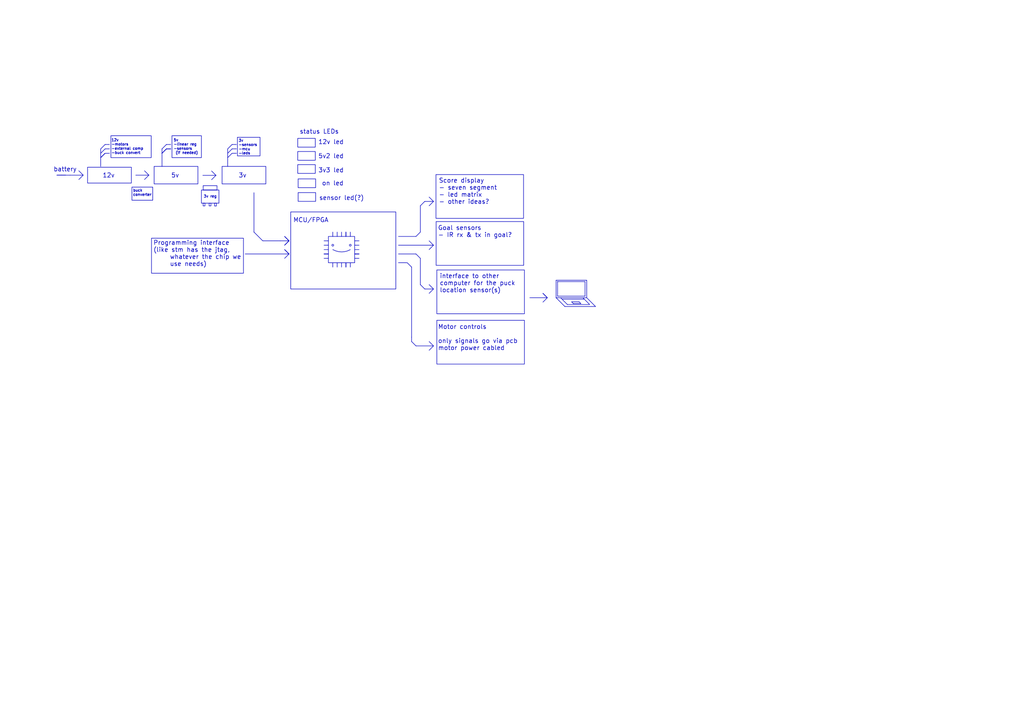
<source format=kicad_sch>
(kicad_sch
	(version 20250114)
	(generator "eeschema")
	(generator_version "9.0")
	(uuid "50c554f9-3ed9-4f91-b5d3-2dee1756645e")
	(paper "A4")
	(lib_symbols)
	(rectangle
		(start 44.704 48.26)
		(end 57.404 53.34)
		(stroke
			(width 0)
			(type default)
		)
		(fill
			(type none)
		)
		(uuid 0be1c9ce-92f0-4a69-9b48-ec310b1d53c8)
	)
	(circle
		(center 101.6 71.12)
		(radius 0.2639)
		(stroke
			(width 0)
			(type default)
		)
		(fill
			(type none)
		)
		(uuid 0e2a648f-8221-4895-90af-896c5978975c)
	)
	(rectangle
		(start 86.36 40.132)
		(end 91.44 42.672)
		(stroke
			(width 0)
			(type default)
		)
		(fill
			(type none)
		)
		(uuid 213b5af9-1629-4c14-b306-074b4f25896b)
	)
	(rectangle
		(start 84.328 61.468)
		(end 114.808 83.82)
		(stroke
			(width 0)
			(type default)
		)
		(fill
			(type none)
		)
		(uuid 22b3d295-ed0c-4b2a-a887-406db4af5a75)
	)
	(circle
		(center 96.52 71.12)
		(radius 0.2639)
		(stroke
			(width 0)
			(type default)
		)
		(fill
			(type none)
		)
		(uuid 316baa0f-ed66-4727-8d3b-07f3eecad837)
	)
	(rectangle
		(start 95.25 68.58)
		(end 102.87 76.2)
		(stroke
			(width 0)
			(type default)
		)
		(fill
			(type none)
		)
		(uuid 44a9cd27-c747-4006-9a88-7f93561edbb6)
	)
	(rectangle
		(start 38.2705 54.2679)
		(end 44.3017 58.0779)
		(stroke
			(width 0)
			(type default)
		)
		(fill
			(type none)
		)
		(uuid 48bd8598-0357-41bb-94f3-a165b7638bdc)
	)
	(bezier
		(pts
			(xy 96.52 72.39) (xy 99.3525 73.9136) (xy 101.6 72.39) (xy 101.6 72.39)
		)
		(stroke
			(width 0)
			(type default)
		)
		(fill
			(type none)
		)
		(uuid 4f365b2d-da2b-4514-bb0d-f6864f635621)
	)
	(rectangle
		(start 68.8606 39.8239)
		(end 75.4228 45.2173)
		(stroke
			(width 0)
			(type default)
		)
		(fill
			(type none)
		)
		(uuid 55058f84-b389-4ba8-91b1-a2b882057714)
	)
	(rectangle
		(start 58.9163 58.9301)
		(end 59.4476 59.7203)
		(stroke
			(width 0)
			(type default)
		)
		(fill
			(type none)
		)
		(uuid 5d2a31b4-28fe-4b70-b97e-4f227e7085c6)
	)
	(rectangle
		(start 126.7038 78.305)
		(end 152.1038 91.005)
		(stroke
			(width 0)
			(type default)
		)
		(fill
			(type none)
		)
		(uuid 5e87272c-26e7-4f73-b455-c941023ac1b6)
	)
	(rectangle
		(start 62.23 58.928)
		(end 62.7613 59.7498)
		(stroke
			(width 0)
			(type default)
		)
		(fill
			(type none)
		)
		(uuid 60f3caa8-28c1-4529-b7d4-d636482c5c50)
	)
	(rectangle
		(start 126.7038 92.8993)
		(end 152.1038 105.5993)
		(stroke
			(width 0)
			(type default)
		)
		(fill
			(type none)
		)
		(uuid 6f8b78da-8879-489b-a70a-a9cb686bbd8a)
	)
	(rectangle
		(start 86.4703 51.8871)
		(end 91.5503 54.4271)
		(stroke
			(width 0)
			(type default)
		)
		(fill
			(type none)
		)
		(uuid 70221fe1-fad5-4e4f-97e5-d5cd8d74b61e)
	)
	(rectangle
		(start 25.4 48.5059)
		(end 38.1 53.0942)
		(stroke
			(width 0)
			(type default)
		)
		(fill
			(type none)
		)
		(uuid 768b1937-31e0-4fc5-b148-6946c7abbad5)
	)
	(rectangle
		(start 64.4114 48.26)
		(end 77.1114 53.34)
		(stroke
			(width 0)
			(type default)
		)
		(fill
			(type none)
		)
		(uuid 8592380e-b494-4b42-bf38-fec9282369af)
	)
	(rectangle
		(start 86.36 47.752)
		(end 91.44 50.292)
		(stroke
			(width 0)
			(type default)
		)
		(fill
			(type none)
		)
		(uuid 96e9e103-db6d-4c2e-9950-8b435b858a82)
	)
	(rectangle
		(start 58.42 55.118)
		(end 63.5 58.928)
		(stroke
			(width 0)
			(type default)
		)
		(fill
			(type none)
		)
		(uuid a19545d0-800a-412e-85a9-f48129c5845d)
	)
	(rectangle
		(start 43.942 69.088)
		(end 70.612 79.248)
		(stroke
			(width 0)
			(type default)
		)
		(fill
			(type none)
		)
		(uuid a27d9b2a-6615-4d40-b567-272fdd6910c0)
	)
	(rectangle
		(start 86.36 43.942)
		(end 91.44 46.482)
		(stroke
			(width 0)
			(type default)
		)
		(fill
			(type none)
		)
		(uuid afb13387-3eba-49e2-a245-7e112e93f8c3)
	)
	(rectangle
		(start 60.6525 58.9478)
		(end 61.1838 59.7203)
		(stroke
			(width 0)
			(type default)
		)
		(fill
			(type none)
		)
		(uuid c8e9cb7b-5794-4979-aa66-1f2b5d2dedf9)
	)
	(rectangle
		(start 126.449 50.6322)
		(end 151.849 63.3322)
		(stroke
			(width 0)
			(type default)
		)
		(fill
			(type none)
		)
		(uuid cefa41a5-89d6-4189-a840-f125612e5183)
	)
	(rectangle
		(start 126.492 64.262)
		(end 151.892 76.962)
		(stroke
			(width 0)
			(type default)
		)
		(fill
			(type none)
		)
		(uuid d8f5184a-0fc2-41d0-9f23-5eabd649f044)
	)
	(rectangle
		(start 32.1721 39.3699)
		(end 43.8561 45.7251)
		(stroke
			(width 0)
			(type default)
		)
		(fill
			(type none)
		)
		(uuid e1d1451b-0d32-4a48-9bb6-dda95287c347)
	)
	(rectangle
		(start 58.9244 53.8478)
		(end 62.9374 55.1178)
		(stroke
			(width 0)
			(type default)
		)
		(fill
			(type none)
		)
		(uuid e66709d9-1198-43b0-ae83-11b9961d1d85)
	)
	(rectangle
		(start 49.8799 39.37)
		(end 58.4199 45.72)
		(stroke
			(width 0)
			(type default)
		)
		(fill
			(type none)
		)
		(uuid e6d5b2ee-afcf-4d4f-8025-05b12eeb92d5)
	)
	(rectangle
		(start 86.4715 55.8603)
		(end 91.5515 58.4003)
		(stroke
			(width 0)
			(type default)
		)
		(fill
			(type none)
		)
		(uuid f0feb4fd-6c14-4e9c-9212-94ec9eb63afb)
	)
	(text "12v \n-motors\n-external comp\n-buck convert"
		(exclude_from_sim no)
		(at 32.258 42.672 0)
		(effects
			(font
				(size 0.762 0.762)
			)
			(justify left)
		)
		(uuid "0148d889-9a6d-4dc7-845d-d9c7118388d8")
	)
	(text "12v led\n\n5v2 led\n\n3v3 led"
		(exclude_from_sim no)
		(at 96.012 45.466 0)
		(effects
			(font
				(size 1.27 1.27)
			)
		)
		(uuid "095e6c6f-dccc-42f6-8599-9187dc20682a")
	)
	(text "Score display\n- seven segment\n- led matrix\n- other ideas?"
		(exclude_from_sim no)
		(at 127.254 55.626 0)
		(effects
			(font
				(size 1.27 1.27)
			)
			(justify left)
		)
		(uuid "38bed239-654d-42a2-871c-c720bd64c37f")
	)
	(text "5v"
		(exclude_from_sim no)
		(at 50.8 51.054 0)
		(effects
			(font
				(size 1.27 1.27)
			)
		)
		(uuid "3ac1455b-0396-4a13-8f02-f8650e13a4b8")
	)
	(text "3v reg\n"
		(exclude_from_sim no)
		(at 60.96 57.15 0)
		(effects
			(font
				(size 0.762 0.762)
			)
		)
		(uuid "3cba15fb-dbe3-4cde-9040-45f9eb7a2022")
	)
	(text "Motor controls\n\nonly signals go via pcb\nmotor power cabled"
		(exclude_from_sim no)
		(at 127 98.044 0)
		(effects
			(font
				(size 1.27 1.27)
			)
			(justify left)
		)
		(uuid "41227618-5240-4a28-99ac-1e2dc6ee7dd4")
	)
	(text "buck\nconverter"
		(exclude_from_sim no)
		(at 38.5245 56.0459 0)
		(effects
			(font
				(size 0.762 0.762)
			)
			(justify left)
		)
		(uuid "44965f74-da2c-44c9-a7ae-adb9d145753d")
	)
	(text "on led"
		(exclude_from_sim no)
		(at 96.52 53.34 0)
		(effects
			(font
				(size 1.27 1.27)
			)
		)
		(uuid "56f19853-6c64-4626-bd62-865b672eec69")
	)
	(text "MCU/FPGA"
		(exclude_from_sim no)
		(at 90.17 64.008 0)
		(effects
			(font
				(size 1.27 1.27)
			)
		)
		(uuid "76f7f52e-43b5-40f6-9e5e-74fb8ea3288a")
	)
	(text "5v \n-linear reg\n-sensors \n (if needed)"
		(exclude_from_sim no)
		(at 50.292 42.672 0)
		(effects
			(font
				(size 0.762 0.762)
			)
			(justify left)
		)
		(uuid "7f9ce20c-4aa8-4a44-8a38-8e9de781629c")
	)
	(text "battery"
		(exclude_from_sim no)
		(at 15.494 49.276 0)
		(effects
			(font
				(size 1.27 1.27)
			)
			(justify left)
		)
		(uuid "96b6521e-765b-4ab6-975c-86cdb72deba7")
	)
	(text "interface to other \ncomputer for the puck\nlocation sensor(s)"
		(exclude_from_sim no)
		(at 127.508 82.296 0)
		(effects
			(font
				(size 1.27 1.27)
			)
			(justify left)
		)
		(uuid "a461a8b6-8f23-4de4-b3fb-f762d81f64fa")
	)
	(text "status LEDs\n"
		(exclude_from_sim no)
		(at 86.868 38.354 0)
		(effects
			(font
				(size 1.27 1.27)
			)
			(justify left)
		)
		(uuid "c1f03f9b-3522-4437-8ac6-4fb82ec00f8e")
	)
	(text "12v"
		(exclude_from_sim no)
		(at 29.718 51.054 0)
		(effects
			(font
				(size 1.27 1.27)
			)
			(justify left)
		)
		(uuid "c2185c43-f277-422f-967f-fb0623f39fdc")
	)
	(text "sensor led(?)"
		(exclude_from_sim no)
		(at 99.0792 57.5851 0)
		(effects
			(font
				(size 1.27 1.27)
			)
		)
		(uuid "e59f1839-029b-4423-9eff-3f08bec98de0")
	)
	(text "Goal sensors\n- IR rx & tx in goal?"
		(exclude_from_sim no)
		(at 127 67.31 0)
		(effects
			(font
				(size 1.27 1.27)
			)
			(justify left)
		)
		(uuid "eaf1ac92-edc9-4535-9d7d-5de3a4bd523f")
	)
	(text "Programming interface\n(like stm has the jtag, \n	whatever the chip we\n	use needs)"
		(exclude_from_sim no)
		(at 44.45 73.66 0)
		(effects
			(font
				(size 1.27 1.27)
			)
			(justify left)
		)
		(uuid "ec915ecf-1bfd-4642-a1fb-306fae75c977")
	)
	(text "3v \n-sensors\n-mcu\n-leds"
		(exclude_from_sim no)
		(at 69.1412 42.8061 0)
		(effects
			(font
				(size 0.762 0.762)
			)
			(justify left)
		)
		(uuid "f88c931e-19f2-47d0-9a35-23bd675fa400")
	)
	(text "3v"
		(exclude_from_sim no)
		(at 70.358 51.054 0)
		(effects
			(font
				(size 1.27 1.27)
			)
		)
		(uuid "f995d116-3f23-4884-808c-2533f09bc50b")
	)
	(polyline
		(pts
			(xy 41.91 49.53) (xy 43.18 50.8)
		)
		(stroke
			(width 0)
			(type default)
		)
		(uuid "032cf859-940f-40d6-bd50-a9552d56afc3")
	)
	(polyline
		(pts
			(xy 29.21 45.72) (xy 30.48 44.45)
		)
		(stroke
			(width 0)
			(type default)
		)
		(uuid "0414055d-381d-41aa-97d8-bac7a021c9e7")
	)
	(polyline
		(pts
			(xy 170.9565 88.3226) (xy 170.9565 88.2488)
		)
		(stroke
			(width 0)
			(type default)
		)
		(uuid "062ec917-8d20-402f-a6f1-0f1a8efd8278")
	)
	(polyline
		(pts
			(xy 161.7188 85.9025) (xy 169.6874 85.9025)
		)
		(stroke
			(width 0)
			(type default)
		)
		(uuid "0998ee4f-2991-4939-96a2-559c151aedf7")
	)
	(polyline
		(pts
			(xy 102.87 69.85) (xy 104.14 69.85)
		)
		(stroke
			(width 0)
			(type default)
		)
		(uuid "0a1f1f73-804f-46ce-a923-07a937080222")
	)
	(polyline
		(pts
			(xy 119.38 77.47) (xy 119.38 97.79)
		)
		(stroke
			(width 0)
			(type default)
		)
		(uuid "0d44a721-3535-455a-ad87-50fb991addff")
	)
	(polyline
		(pts
			(xy 118.11 76.2) (xy 119.38 77.47)
		)
		(stroke
			(width 0)
			(type default)
		)
		(uuid "0fd280ee-1e75-4bac-aa54-69da70a0ba2f")
	)
	(polyline
		(pts
			(xy 124.46 101.6) (xy 125.73 100.33)
		)
		(stroke
			(width 0)
			(type default)
		)
		(uuid "10861705-4f96-4757-9aff-c0f34ebcb99b")
	)
	(polyline
		(pts
			(xy 124.46 59.69) (xy 125.73 58.42)
		)
		(stroke
			(width 0)
			(type default)
		)
		(uuid "1197c155-c54b-443d-a198-8e965ceed8e3")
	)
	(polyline
		(pts
			(xy 61.3634 52.1278) (xy 62.6334 50.8578)
		)
		(stroke
			(width 0)
			(type default)
		)
		(uuid "14c2c424-3935-4398-9571-c01b43df7d0c")
	)
	(polyline
		(pts
			(xy 96.52 68.58) (xy 96.52 67.31)
		)
		(stroke
			(width 0)
			(type default)
		)
		(uuid "1600eae0-54cf-470b-9ebd-b0bd7e89bacb")
	)
	(polyline
		(pts
			(xy 115.57 73.66) (xy 120.65 73.66)
		)
		(stroke
			(width 0)
			(type default)
		)
		(uuid "172a5067-32cd-4a38-916e-2aeb464aae10")
	)
	(polyline
		(pts
			(xy 102.87 73.66) (xy 104.14 73.66)
		)
		(stroke
			(width 0)
			(type default)
		)
		(uuid "1748dd8a-4682-4efa-9a58-3a58d19f8d3c")
	)
	(polyline
		(pts
			(xy 157.48 85.09) (xy 158.75 86.36)
		)
		(stroke
			(width 0)
			(type default)
		)
		(uuid "17e3f964-a494-41b9-9b0e-f9317f0527b8")
	)
	(polyline
		(pts
			(xy 123.19 83.82) (xy 125.73 83.82)
		)
		(stroke
			(width 0)
			(type default)
		)
		(uuid "1c448cc5-1ef8-47b5-b567-833c96d151c4")
	)
	(polyline
		(pts
			(xy 168.4639 88.0358) (xy 166.3119 88.0358)
		)
		(stroke
			(width 0)
			(type default)
		)
		(uuid "1e4e664b-9ef9-4fa4-952a-2973086950fd")
	)
	(polyline
		(pts
			(xy 66.04 45.72) (xy 67.31 44.45)
		)
		(stroke
			(width 0)
			(type default)
		)
		(uuid "20abfcf7-1b25-47f2-9f64-8db33e5aafe4")
	)
	(polyline
		(pts
			(xy 161.29 81.28) (xy 170.18 81.28)
		)
		(stroke
			(width 0)
			(type default)
		)
		(uuid "20eddc30-10a2-4750-9720-7b6613940275")
	)
	(polyline
		(pts
			(xy 67.31 43.18) (xy 68.58 43.18)
		)
		(stroke
			(width 0)
			(type default)
		)
		(uuid "21650c19-dff1-4ff7-871f-ab497de6a15e")
	)
	(polyline
		(pts
			(xy 48.26 43.18) (xy 46.99 44.45)
		)
		(stroke
			(width 0)
			(type default)
		)
		(uuid "28bc3f92-0b87-4421-a003-57bfbbeb7d0f")
	)
	(polyline
		(pts
			(xy 46.99 48.26) (xy 46.99 44.45)
		)
		(stroke
			(width 0)
			(type default)
		)
		(uuid "29afdc52-30da-42c5-bf60-51b3cd5594f6")
	)
	(polyline
		(pts
			(xy 124.46 57.15) (xy 125.73 58.42)
		)
		(stroke
			(width 0)
			(type default)
		)
		(uuid "2a1a49d4-639f-4d9b-b465-e448201660f5")
	)
	(polyline
		(pts
			(xy 169.2868 86.758) (xy 169.3378 86.707)
		)
		(stroke
			(width 0)
			(type default)
		)
		(uuid "2c083e00-8f27-46a6-8155-5cc40c2db840")
	)
	(polyline
		(pts
			(xy 115.57 76.2) (xy 118.11 76.2)
		)
		(stroke
			(width 0)
			(type default)
		)
		(uuid "2e2371d8-4767-4897-9a50-6b86794fb61e")
	)
	(polyline
		(pts
			(xy 29.21 43.18) (xy 30.48 41.91)
		)
		(stroke
			(width 0)
			(type default)
		)
		(uuid "338a7c1e-9e64-4c14-9ab7-53857e9b80db")
	)
	(polyline
		(pts
			(xy 93.98 69.85) (xy 95.25 69.85)
		)
		(stroke
			(width 0)
			(type default)
		)
		(uuid "34f64600-c667-4297-afd3-47d004379971")
	)
	(polyline
		(pts
			(xy 100.33 68.58) (xy 100.33 67.31)
		)
		(stroke
			(width 0)
			(type default)
		)
		(uuid "350c71a8-1974-43ce-ac2b-62fab98b40d1")
	)
	(polyline
		(pts
			(xy 82.55 71.12) (xy 83.82 69.85)
		)
		(stroke
			(width 0)
			(type default)
		)
		(uuid "36e357bb-9204-45b1-99f5-ef8865b68824")
	)
	(polyline
		(pts
			(xy 97.79 68.58) (xy 97.79 67.31)
		)
		(stroke
			(width 0)
			(type default)
		)
		(uuid "41197616-84d1-4eee-bbd5-356a70254170")
	)
	(polyline
		(pts
			(xy 100.33 77.47) (xy 100.33 76.2)
		)
		(stroke
			(width 0)
			(type default)
		)
		(uuid "4804ea05-c83e-4c00-a2a6-d6b9d92b0029")
	)
	(polyline
		(pts
			(xy 169.6874 81.672) (xy 169.6874 85.9025)
		)
		(stroke
			(width 0)
			(type default)
		)
		(uuid "496b21c1-aaa5-40d7-a4f0-c32fc199d329")
	)
	(polyline
		(pts
			(xy 170.18 81.28) (xy 170.18 86.36)
		)
		(stroke
			(width 0)
			(type default)
		)
		(uuid "4b48baae-2e13-4b1b-a898-385fe10fc346")
	)
	(polyline
		(pts
			(xy 29.21 45.72) (xy 30.48 44.45)
		)
		(stroke
			(width 0)
			(type default)
		)
		(uuid "4ca80caf-5fe3-4a5b-a2f4-465a01d75ee6")
	)
	(polyline
		(pts
			(xy 167.972 87.5439) (xy 168.4639 88.0358)
		)
		(stroke
			(width 0)
			(type default)
		)
		(uuid "52791306-71a6-4eaf-be74-444ea9b3cdea")
	)
	(polyline
		(pts
			(xy 22.86 49.53) (xy 24.13 50.8)
		)
		(stroke
			(width 0)
			(type default)
		)
		(uuid "530cde7d-abd8-450e-a009-a99a1580cf3c")
	)
	(polyline
		(pts
			(xy 121.92 67.31) (xy 121.92 59.69)
		)
		(stroke
			(width 0)
			(type default)
		)
		(uuid "5596a6c1-7a80-4106-a6ef-b03f5093f6f9")
	)
	(polyline
		(pts
			(xy 82.55 71.12) (xy 83.82 69.85)
		)
		(stroke
			(width 0)
			(type default)
		)
		(uuid "5c1e1250-c49e-4ff8-b0fd-1ad4d2e724e4")
	)
	(polyline
		(pts
			(xy 49.53 43.18) (xy 48.26 43.18)
		)
		(stroke
			(width 0)
			(type default)
		)
		(uuid "5c691891-5557-48ea-b29d-22b7bd3e4a7a")
	)
	(polyline
		(pts
			(xy 93.98 73.66) (xy 95.25 73.66)
		)
		(stroke
			(width 0)
			(type default)
		)
		(uuid "5df31d97-6677-47fc-a488-f18fb737b560")
	)
	(polyline
		(pts
			(xy 124.46 72.39) (xy 125.73 71.12)
		)
		(stroke
			(width 0)
			(type default)
		)
		(uuid "614bef2b-7fa2-4244-b468-c7bf3624571c")
	)
	(polyline
		(pts
			(xy 58.8234 50.8578) (xy 62.6334 50.8578)
		)
		(stroke
			(width 0)
			(type default)
		)
		(uuid "6647720d-49b5-4111-a414-3187e80ff889")
	)
	(polyline
		(pts
			(xy 16.51 50.8) (xy 20.32 50.8)
		)
		(stroke
			(width 0)
			(type default)
		)
		(uuid "67cecbac-4c0c-45f0-bb52-591d7b266565")
	)
	(polyline
		(pts
			(xy 82.55 68.58) (xy 83.82 69.85)
		)
		(stroke
			(width 0)
			(type default)
		)
		(uuid "68644664-039c-410b-ac0f-8dbbffc55ffd")
	)
	(polyline
		(pts
			(xy 81.28 69.85) (xy 83.82 69.85)
		)
		(stroke
			(width 0)
			(type default)
		)
		(uuid "68b2bb3a-3fe7-440d-b0cd-000cb06da1f4")
	)
	(polyline
		(pts
			(xy 157.48 87.63) (xy 158.75 86.36)
		)
		(stroke
			(width 0)
			(type default)
		)
		(uuid "69380210-64ec-4c03-a60e-55a0f4e956b3")
	)
	(polyline
		(pts
			(xy 82.55 74.93) (xy 83.82 73.66)
		)
		(stroke
			(width 0)
			(type default)
		)
		(uuid "6a457353-c73a-4100-adce-cb970737f1e0")
	)
	(polyline
		(pts
			(xy 102.87 73.66) (xy 104.14 73.66)
		)
		(stroke
			(width 0)
			(type default)
		)
		(uuid "6af774e7-49eb-415e-b858-69185f8cb6ce")
	)
	(polyline
		(pts
			(xy 66.04 44.45) (xy 67.31 43.18)
		)
		(stroke
			(width 0)
			(type default)
		)
		(uuid "6d099d9c-2681-4fff-a5ad-80337d16d408")
	)
	(polyline
		(pts
			(xy 41.91 52.07) (xy 43.18 50.8)
		)
		(stroke
			(width 0)
			(type default)
		)
		(uuid "6f8612ac-beba-4aab-8c38-c99fdfc07dd1")
	)
	(polyline
		(pts
			(xy 66.04 43.18) (xy 67.31 41.91)
		)
		(stroke
			(width 0)
			(type default)
		)
		(uuid "734b5ea3-b489-4811-ad01-6f3178fb9cc1")
	)
	(polyline
		(pts
			(xy 161.29 86.36) (xy 170.18 86.36)
		)
		(stroke
			(width 0)
			(type default)
		)
		(uuid "74256d63-21b3-412d-8594-d0056fb4b8d2")
	)
	(polyline
		(pts
			(xy 124.46 69.85) (xy 125.73 71.12)
		)
		(stroke
			(width 0)
			(type default)
		)
		(uuid "763b2c04-f826-454a-be46-1096e73d83ea")
	)
	(polyline
		(pts
			(xy 30.48 43.18) (xy 31.75 43.18)
		)
		(stroke
			(width 0)
			(type default)
		)
		(uuid "79640507-bb8e-4e7d-9345-4d5a5415ad79")
	)
	(polyline
		(pts
			(xy 101.6 77.47) (xy 101.6 76.2)
		)
		(stroke
			(width 0)
			(type default)
		)
		(uuid "7ad98675-7040-4d92-b64b-9cadaf1533d3")
	)
	(polyline
		(pts
			(xy 102.87 72.39) (xy 104.14 72.39)
		)
		(stroke
			(width 0)
			(type default)
		)
		(uuid "7c1dbe9b-0ee1-4611-8fc9-a4eed1327217")
	)
	(polyline
		(pts
			(xy 169.6874 81.672) (xy 161.682 81.672)
		)
		(stroke
			(width 0)
			(type default)
		)
		(uuid "7c471b09-d39a-44e4-a93a-d182ffee26b9")
	)
	(polyline
		(pts
			(xy 93.98 73.66) (xy 95.25 73.66)
		)
		(stroke
			(width 0)
			(type default)
		)
		(uuid "7fb7d9d1-5993-4248-902d-9abd65c678d7")
	)
	(polyline
		(pts
			(xy 102.87 71.12) (xy 104.14 71.12)
		)
		(stroke
			(width 0)
			(type default)
		)
		(uuid "81e8dde7-7f66-4b1e-a770-b0afde49df98")
	)
	(polyline
		(pts
			(xy 61.3634 49.5878) (xy 62.6334 50.8578)
		)
		(stroke
			(width 0)
			(type default)
		)
		(uuid "85adfaf2-b28a-4c60-87c7-c1faf214b970")
	)
	(polyline
		(pts
			(xy 29.21 43.18) (xy 29.21 45.72)
		)
		(stroke
			(width 0)
			(type default)
		)
		(uuid "8641be6f-f7dd-47cf-b547-78f4be270fbe")
	)
	(polyline
		(pts
			(xy 16.51 50.8) (xy 17.78 50.8)
		)
		(stroke
			(width 0)
			(type default)
		)
		(uuid "864f512d-fc75-406b-9ae6-33d0baf1f093")
	)
	(polyline
		(pts
			(xy 96.52 77.47) (xy 96.52 76.2)
		)
		(stroke
			(width 0)
			(type default)
		)
		(uuid "870d79f8-f068-4ecd-aca4-34769db23a12")
	)
	(polyline
		(pts
			(xy 115.57 68.58) (xy 120.65 68.58)
		)
		(stroke
			(width 0)
			(type default)
		)
		(uuid "8cff0167-4619-498f-b83c-13333977e51b")
	)
	(polyline
		(pts
			(xy 165.8077 87.5439) (xy 167.972 87.5439)
		)
		(stroke
			(width 0)
			(type default)
		)
		(uuid "8f099382-5c04-4117-896e-3dbdfdadb109")
	)
	(polyline
		(pts
			(xy 161.29 86.36) (xy 163.83 88.9)
		)
		(stroke
			(width 0)
			(type default)
		)
		(uuid "904734c8-3a85-4df7-a719-c154935402f4")
	)
	(polyline
		(pts
			(xy 115.57 71.12) (xy 125.73 71.12)
		)
		(stroke
			(width 0)
			(type default)
		)
		(uuid "912c9abe-d40d-4b19-8d9b-2855315059af")
	)
	(polyline
		(pts
			(xy 121.92 59.69) (xy 123.19 58.42)
		)
		(stroke
			(width 0)
			(type default)
		)
		(uuid "91369736-4dde-479e-9e98-c1b8d672f805")
	)
	(polyline
		(pts
			(xy 121.92 74.93) (xy 121.92 82.55)
		)
		(stroke
			(width 0)
			(type default)
		)
		(uuid "93b9182f-a3ca-4804-b358-5eee087e7743")
	)
	(polyline
		(pts
			(xy 161.7188 81.5936) (xy 161.7188 85.9025)
		)
		(stroke
			(width 0)
			(type default)
		)
		(uuid "95da7f40-4e05-4345-9b3a-8f99ea9628dd")
	)
	(polyline
		(pts
			(xy 120.65 68.58) (xy 121.92 67.31)
		)
		(stroke
			(width 0)
			(type default)
		)
		(uuid "9600e1a3-bf8a-4f88-931f-d8ab8eaa6819")
	)
	(polyline
		(pts
			(xy 66.04 48.26) (xy 66.04 43.18)
		)
		(stroke
			(width 0)
			(type default)
		)
		(uuid "971f68e5-e969-41c8-8e3f-53babe6ce554")
	)
	(polyline
		(pts
			(xy 82.55 72.39) (xy 83.82 73.66)
		)
		(stroke
			(width 0)
			(type default)
		)
		(uuid "9812d01b-44ea-40dd-93bf-5d8c88d54f1d")
	)
	(polyline
		(pts
			(xy 161.29 81.28) (xy 161.29 86.36)
		)
		(stroke
			(width 0)
			(type default)
		)
		(uuid "98ade9a7-7730-4cae-9d6e-4d5fd8396c16")
	)
	(polyline
		(pts
			(xy 67.31 44.45) (xy 68.58 44.45)
		)
		(stroke
			(width 0)
			(type default)
		)
		(uuid "99494e6f-9b9b-4d56-862a-5be3be227a9a")
	)
	(polyline
		(pts
			(xy 73.66 55.88) (xy 73.66 67.31)
		)
		(stroke
			(width 0)
			(type default)
		)
		(uuid "9a877bba-2a43-4379-a527-acedfb07c05b")
	)
	(polyline
		(pts
			(xy 97.79 77.47) (xy 97.79 76.2)
		)
		(stroke
			(width 0)
			(type default)
		)
		(uuid "9b57d91e-306f-4616-a51b-1ad283cabc16")
	)
	(polyline
		(pts
			(xy 82.55 68.58) (xy 83.82 69.85)
		)
		(stroke
			(width 0)
			(type default)
		)
		(uuid "9c059c8e-43ec-4f87-b541-46bc62b6702b")
	)
	(polyline
		(pts
			(xy 39.37 50.8) (xy 43.18 50.8)
		)
		(stroke
			(width 0)
			(type default)
		)
		(uuid "9f091f19-60fd-49a4-9b0c-86ffc5a4782a")
	)
	(polyline
		(pts
			(xy 162.56 86.36) (xy 162.5895 86.36)
		)
		(stroke
			(width 0)
			(type default)
		)
		(uuid "9f0b6f02-ec54-48ce-85b7-53f7145ce721")
	)
	(polyline
		(pts
			(xy 29.21 44.45) (xy 30.48 43.18)
		)
		(stroke
			(width 0)
			(type default)
		)
		(uuid "a0a96a0a-eda9-4140-a171-e65e13b4ffd0")
	)
	(polyline
		(pts
			(xy 48.26 43.18) (xy 49.53 43.18)
		)
		(stroke
			(width 0)
			(type default)
		)
		(uuid "a2c865d3-91ff-49ea-b3a2-c96ebcd19403")
	)
	(polyline
		(pts
			(xy 100.33 68.58) (xy 100.33 67.31)
		)
		(stroke
			(width 0)
			(type default)
		)
		(uuid "a331cb82-b156-42b9-89c8-c4452c29dc64")
	)
	(polyline
		(pts
			(xy 29.21 48.26) (xy 29.21 45.72)
		)
		(stroke
			(width 0)
			(type default)
		)
		(uuid "a3a36987-b9be-40ad-ba42-e0557177badb")
	)
	(polyline
		(pts
			(xy 99.06 68.58) (xy 99.06 67.31)
		)
		(stroke
			(width 0)
			(type default)
		)
		(uuid "a3ae9f95-1df8-4bc1-acd2-5cf23943422c")
	)
	(polyline
		(pts
			(xy 162.5895 86.36) (xy 164.5521 88.3226)
		)
		(stroke
			(width 0)
			(type default)
		)
		(uuid "a9d80490-ffc9-42a9-85e9-92ad30b23c8e")
	)
	(polyline
		(pts
			(xy 123.19 58.42) (xy 125.73 58.42)
		)
		(stroke
			(width 0)
			(type default)
		)
		(uuid "aab9b387-40c3-40fb-98a2-ae9d9dc5070c")
	)
	(polyline
		(pts
			(xy 162.56 86.36) (xy 170.18 86.36)
		)
		(stroke
			(width 0)
			(type default)
		)
		(uuid "ab3667fd-b0d6-4da9-96b2-07c95af80cf1")
	)
	(polyline
		(pts
			(xy 164.5521 88.3226) (xy 170.9565 88.3226)
		)
		(stroke
			(width 0)
			(type default)
		)
		(uuid "b5a0617d-9bc3-4ede-80d6-cb69780de51f")
	)
	(polyline
		(pts
			(xy 163.83 88.9) (xy 172.72 88.9)
		)
		(stroke
			(width 0)
			(type default)
		)
		(uuid "b6574f95-967b-4de5-8eef-bf38f1cca255")
	)
	(polyline
		(pts
			(xy 163.1415 86.758) (xy 169.2868 86.758)
		)
		(stroke
			(width 0)
			(type default)
		)
		(uuid "b86af738-ee16-4d1e-86a6-99f6042c480d")
	)
	(polyline
		(pts
			(xy 102.87 74.93) (xy 104.14 74.93)
		)
		(stroke
			(width 0)
			(type default)
		)
		(uuid "b9c31e16-6314-41d0-92c3-84bfc115da48")
	)
	(polyline
		(pts
			(xy 46.99 44.45) (xy 48.26 43.18)
		)
		(stroke
			(width 0)
			(type default)
		)
		(uuid "bd2bd239-0c1f-47f8-a7d2-7ba34fc7d785")
	)
	(polyline
		(pts
			(xy 73.66 67.31) (xy 76.2 69.85)
		)
		(stroke
			(width 0)
			(type default)
		)
		(uuid "bd4f1aac-1023-41e7-98de-21e7ad53d4cb")
	)
	(polyline
		(pts
			(xy 76.2 69.85) (xy 81.28 69.85)
		)
		(stroke
			(width 0)
			(type default)
		)
		(uuid "bd99102e-b7f5-437f-8bd6-551025a6ced5")
	)
	(polyline
		(pts
			(xy 172.72 88.9) (xy 170.18 86.36)
		)
		(stroke
			(width 0)
			(type default)
		)
		(uuid "c0de0d7d-740f-4c09-99ff-42cc4f3a2589")
	)
	(polyline
		(pts
			(xy 30.48 41.91) (xy 31.75 41.91)
		)
		(stroke
			(width 0)
			(type default)
		)
		(uuid "c4a7cc3c-3eac-4312-8826-96740a744df9")
	)
	(polyline
		(pts
			(xy 30.48 44.45) (xy 31.75 44.45)
		)
		(stroke
			(width 0)
			(type default)
		)
		(uuid "c91567e3-c57b-4cd8-a295-a3dbef6b43ec")
	)
	(polyline
		(pts
			(xy 166.2504 88.0142) (xy 165.7978 87.5616)
		)
		(stroke
			(width 0)
			(type default)
		)
		(uuid "c9af5108-5721-439b-b9e3-117be4fbeb17")
	)
	(polyline
		(pts
			(xy 46.99 43.18) (xy 46.99 44.45)
		)
		(stroke
			(width 0)
			(type default)
		)
		(uuid "c9eeb9f5-64fd-4489-bef1-554634590e17")
	)
	(polyline
		(pts
			(xy 166.3358 88.0142) (xy 166.2504 88.0142)
		)
		(stroke
			(width 0)
			(type default)
		)
		(uuid "caf54b0b-0576-4c9d-a83a-c8aa512438c0")
	)
	(polyline
		(pts
			(xy 20.32 50.8) (xy 24.13 50.8)
		)
		(stroke
			(width 0)
			(type default)
		)
		(uuid "cbfbc690-e72e-4ff3-9349-49ca50c12ea5")
	)
	(polyline
		(pts
			(xy 119.38 97.79) (xy 119.38 99.06)
		)
		(stroke
			(width 0)
			(type default)
		)
		(uuid "cd0f5413-07c2-465d-b1a7-2906dd3566cf")
	)
	(polyline
		(pts
			(xy 71.12 73.66) (xy 83.82 73.66)
		)
		(stroke
			(width 0)
			(type default)
		)
		(uuid "ce0c3189-9f41-4520-96b0-a3e03c9056da")
	)
	(polyline
		(pts
			(xy 82.55 72.39) (xy 83.82 73.66)
		)
		(stroke
			(width 0)
			(type default)
		)
		(uuid "d768af6c-004d-4a42-89ed-ee471cb487dc")
	)
	(polyline
		(pts
			(xy 93.98 72.39) (xy 95.25 72.39)
		)
		(stroke
			(width 0)
			(type default)
		)
		(uuid "d9842ae2-dff2-4437-9032-0a894ab6ade9")
	)
	(polyline
		(pts
			(xy 22.86 52.07) (xy 24.13 50.8)
		)
		(stroke
			(width 0)
			(type default)
		)
		(uuid "da6237d6-b3c6-4900-90a4-2024db9d95e3")
	)
	(polyline
		(pts
			(xy 124.46 85.09) (xy 125.73 83.82)
		)
		(stroke
			(width 0)
			(type default)
		)
		(uuid "dae87faa-a834-4dbb-ab8c-ce02fc16d5c3")
	)
	(polyline
		(pts
			(xy 17.78 50.8) (xy 19.05 50.8)
		)
		(stroke
			(width 0)
			(type default)
		)
		(uuid "ddf46262-8d5b-4b27-a3fb-cbd1a7598ab2")
	)
	(polyline
		(pts
			(xy 101.6 68.58) (xy 101.6 67.31)
		)
		(stroke
			(width 0)
			(type default)
		)
		(uuid "df5762c0-1ab7-4674-9509-c2aa56194a5f")
	)
	(polyline
		(pts
			(xy 121.92 82.55) (xy 123.19 83.82)
		)
		(stroke
			(width 0)
			(type default)
		)
		(uuid "e03f194e-33ad-4972-9eb4-d91caab08b1b")
	)
	(polyline
		(pts
			(xy 120.65 100.33) (xy 125.73 100.33)
		)
		(stroke
			(width 0)
			(type default)
		)
		(uuid "e4c559de-13a3-4a01-8fbc-4a47e88c7466")
	)
	(polyline
		(pts
			(xy 124.46 82.55) (xy 125.73 83.82)
		)
		(stroke
			(width 0)
			(type default)
		)
		(uuid "e54d2bf7-05d8-4555-9090-a61644d87b00")
	)
	(polyline
		(pts
			(xy 124.46 99.06) (xy 125.73 100.33)
		)
		(stroke
			(width 0)
			(type default)
		)
		(uuid "e6e6a99b-0f3d-47fc-a942-86ee3fd01ded")
	)
	(polyline
		(pts
			(xy 93.98 71.12) (xy 95.25 71.12)
		)
		(stroke
			(width 0)
			(type default)
		)
		(uuid "e9176928-5e41-4bc3-bad3-4ce3764fd7ff")
	)
	(polyline
		(pts
			(xy 67.31 41.91) (xy 68.58 41.91)
		)
		(stroke
			(width 0)
			(type default)
		)
		(uuid "eaa55d11-2040-409e-8900-3e8bd8bc992e")
	)
	(polyline
		(pts
			(xy 46.99 43.18) (xy 48.26 41.91)
		)
		(stroke
			(width 0)
			(type default)
		)
		(uuid "edc7a3c8-8772-467e-9428-f8f4e5085ac7")
	)
	(polyline
		(pts
			(xy 100.33 77.47) (xy 100.33 76.2)
		)
		(stroke
			(width 0)
			(type default)
		)
		(uuid "ee0ba2a5-177f-43b0-8903-3121e81e639b")
	)
	(polyline
		(pts
			(xy 169.0824 86.3747) (xy 170.9565 88.2488)
		)
		(stroke
			(width 0)
			(type default)
		)
		(uuid "f3a074ab-0da6-4357-b87a-cdda89b48a0c")
	)
	(polyline
		(pts
			(xy 153.67 86.36) (xy 158.75 86.36)
		)
		(stroke
			(width 0)
			(type default)
		)
		(uuid "f58b42c3-b384-4b72-b975-c685a8694eff")
	)
	(polyline
		(pts
			(xy 48.26 41.91) (xy 49.53 41.91)
		)
		(stroke
			(width 0)
			(type default)
		)
		(uuid "f5a465c7-dfe1-4bad-87d6-30df5c9ee342")
	)
	(polyline
		(pts
			(xy 93.98 74.93) (xy 95.25 74.93)
		)
		(stroke
			(width 0)
			(type default)
		)
		(uuid "f5f47de3-d4df-40c2-a119-33a062f5b46d")
	)
	(polyline
		(pts
			(xy 157.48 85.09) (xy 158.75 86.36)
		)
		(stroke
			(width 0)
			(type default)
		)
		(uuid "f8b6d74e-3351-4315-9405-95e01bfc2c7f")
	)
	(polyline
		(pts
			(xy 99.06 77.47) (xy 99.06 76.2)
		)
		(stroke
			(width 0)
			(type default)
		)
		(uuid "f90050fc-dabc-48f0-9ed6-30aa430bfdee")
	)
	(polyline
		(pts
			(xy 120.65 73.66) (xy 121.92 74.93)
		)
		(stroke
			(width 0)
			(type default)
		)
		(uuid "f91b6fc5-55af-4498-83d7-4a9218b361bd")
	)
	(polyline
		(pts
			(xy 119.38 99.06) (xy 120.65 100.33)
		)
		(stroke
			(width 0)
			(type default)
		)
		(uuid "fa0b0bb1-d658-4bcf-a5c3-0b9e774e40f6")
	)
	(sheet_instances
		(path "/"
			(page "1")
		)
	)
	(embedded_fonts no)
)

</source>
